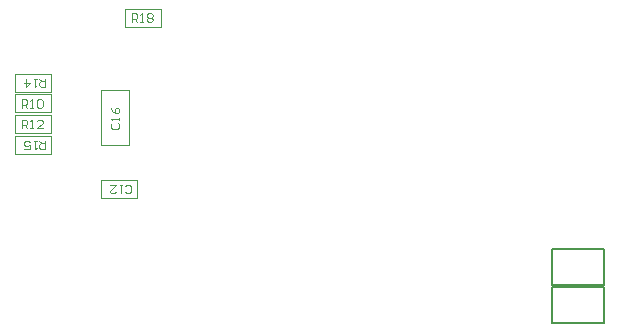
<source format=gbr>
%TF.GenerationSoftware,Altium Limited,Altium Designer,24.7.2 (38)*%
G04 Layer_Color=32768*
%FSLAX43Y43*%
%MOMM*%
%TF.SameCoordinates,A6C98B59-F63B-4C8E-8392-574C2285590F*%
%TF.FilePolarity,Positive*%
%TF.FileFunction,Other,Top_Assembly*%
%TF.Part,Single*%
G01*
G75*
%TA.AperFunction,NonConductor*%
%ADD35C,0.200*%
%ADD56C,0.100*%
D35*
X49250Y6975D02*
X53650D01*
X49250Y3975D02*
Y6975D01*
Y3975D02*
X53650D01*
Y6975D01*
Y725D02*
Y3725D01*
X49250Y725D02*
X53650D01*
X49250D02*
Y3725D01*
X53650D01*
D56*
X11045Y15750D02*
X13395D01*
X11045Y20450D02*
X13395D01*
X11045Y15750D02*
Y20450D01*
X13395Y15750D02*
Y20450D01*
X14094Y11288D02*
Y12812D01*
X11046Y11288D02*
Y12812D01*
Y11288D02*
X14094D01*
X11046Y12812D02*
X14094D01*
X3778Y21825D02*
X6826D01*
X3778Y20301D02*
X6826D01*
X3778D02*
Y21825D01*
X6826Y20301D02*
Y21825D01*
X3778Y18543D02*
X6826D01*
X3778Y20067D02*
X6826D01*
Y18543D02*
Y20067D01*
X3778Y18543D02*
Y20067D01*
Y16799D02*
X6826D01*
X3778Y18323D02*
X6826D01*
Y16799D02*
Y18323D01*
X3778Y16799D02*
Y18323D01*
X3776Y16569D02*
X6824D01*
X3776Y15045D02*
X6824D01*
X3776D02*
Y16569D01*
X6824Y15045D02*
Y16569D01*
X13096Y25813D02*
Y27337D01*
X16144Y25813D02*
Y27337D01*
X13096D02*
X16144D01*
X13096Y25813D02*
X16144D01*
X11962Y17642D02*
X11845Y17525D01*
Y17292D01*
X11962Y17175D01*
X12428D01*
X12545Y17292D01*
Y17525D01*
X12428Y17642D01*
X12545Y17875D02*
Y18108D01*
Y17991D01*
X11845D01*
X11962Y17875D01*
X11845Y18924D02*
X11962Y18691D01*
X12195Y18458D01*
X12428D01*
X12545Y18575D01*
Y18808D01*
X12428Y18924D01*
X12312D01*
X12195Y18808D01*
Y18458D01*
X13078Y11816D02*
X13195Y11700D01*
X13428D01*
X13545Y11816D01*
Y12283D01*
X13428Y12400D01*
X13195D01*
X13078Y12283D01*
X12845Y12400D02*
X12612D01*
X12728D01*
Y11700D01*
X12845Y11816D01*
X11795Y12400D02*
X12262D01*
X11795Y11933D01*
Y11816D01*
X11912Y11700D01*
X12145D01*
X12262Y11816D01*
X6277Y21413D02*
Y20713D01*
X5927D01*
X5811Y20830D01*
Y21063D01*
X5927Y21180D01*
X6277D01*
X6044D02*
X5811Y21413D01*
X5577D02*
X5344D01*
X5461D01*
Y20713D01*
X5577Y20830D01*
X4644Y21413D02*
Y20713D01*
X4994Y21063D01*
X4528D01*
X4327Y18955D02*
Y19655D01*
X4677D01*
X4793Y19538D01*
Y19305D01*
X4677Y19188D01*
X4327D01*
X4560D02*
X4793Y18955D01*
X5027D02*
X5260D01*
X5143D01*
Y19655D01*
X5027Y19538D01*
X5610D02*
X5726Y19655D01*
X5960D01*
X6076Y19538D01*
Y19072D01*
X5960Y18955D01*
X5726D01*
X5610Y19072D01*
Y19538D01*
X4327Y17211D02*
Y17911D01*
X4677D01*
X4793Y17794D01*
Y17561D01*
X4677Y17444D01*
X4327D01*
X4560D02*
X4793Y17211D01*
X5027D02*
X5260D01*
X5143D01*
Y17911D01*
X5027Y17794D01*
X6076Y17211D02*
X5610D01*
X6076Y17677D01*
Y17794D01*
X5960Y17911D01*
X5726D01*
X5610Y17794D01*
X6275Y16157D02*
Y15457D01*
X5925D01*
X5808Y15574D01*
Y15807D01*
X5925Y15924D01*
X6275D01*
X6042D02*
X5808Y16157D01*
X5575D02*
X5342D01*
X5458D01*
Y15457D01*
X5575Y15574D01*
X4525Y15457D02*
X4992D01*
Y15807D01*
X4759Y15690D01*
X4642D01*
X4525Y15807D01*
Y16040D01*
X4642Y16157D01*
X4875D01*
X4992Y16040D01*
X13645Y26225D02*
Y26925D01*
X13995D01*
X14111Y26808D01*
Y26575D01*
X13995Y26458D01*
X13645D01*
X13878D02*
X14111Y26225D01*
X14345D02*
X14578D01*
X14461D01*
Y26925D01*
X14345Y26808D01*
X14928D02*
X15044Y26925D01*
X15278D01*
X15394Y26808D01*
Y26691D01*
X15278Y26575D01*
X15394Y26458D01*
Y26342D01*
X15278Y26225D01*
X15044D01*
X14928Y26342D01*
Y26458D01*
X15044Y26575D01*
X14928Y26691D01*
Y26808D01*
X15044Y26575D02*
X15278D01*
%TF.MD5,52d73a3a61afe4dfcfc48a8ec82483a0*%
M02*

</source>
